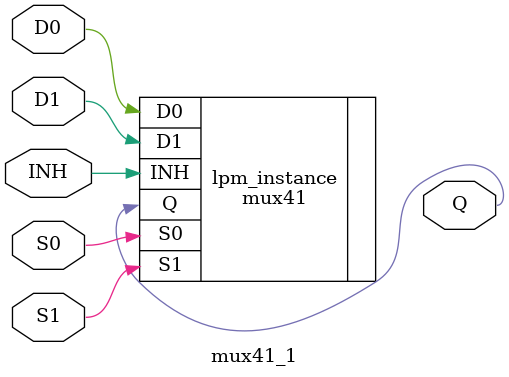
<source format=v>



module mux41_1(S0,S1,D0,INH,D1,Q);
input S0;
input S1;
input D0;
input INH;
input D1;
output Q;

mux41	lpm_instance(.S0(S0),.S1(S1),.D0(D0),.INH(INH),.D1(D1),.Q(Q));

endmodule

</source>
